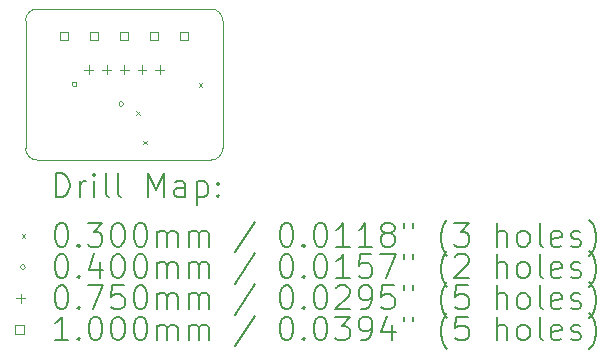
<source format=gbr>
%TF.GenerationSoftware,KiCad,Pcbnew,8.0.5-8.0.5-0~ubuntu22.04.1*%
%TF.CreationDate,2024-10-20T20:35:39-07:00*%
%TF.ProjectId,uSlime_BNO085_Module,75536c69-6d65-45f4-924e-4f3038355f4d,rev?*%
%TF.SameCoordinates,Original*%
%TF.FileFunction,Drillmap*%
%TF.FilePolarity,Positive*%
%FSLAX45Y45*%
G04 Gerber Fmt 4.5, Leading zero omitted, Abs format (unit mm)*
G04 Created by KiCad (PCBNEW 8.0.5-8.0.5-0~ubuntu22.04.1) date 2024-10-20 20:35:39*
%MOMM*%
%LPD*%
G01*
G04 APERTURE LIST*
%ADD10C,0.050000*%
%ADD11C,0.200000*%
%ADD12C,0.100000*%
G04 APERTURE END LIST*
D10*
X11634999Y-8935711D02*
X10165000Y-8935000D01*
X10165000Y-10215000D02*
X11635000Y-10215000D01*
X11735000Y-10115000D02*
X11734999Y-9035711D01*
X10065000Y-9035000D02*
G75*
G02*
X10165000Y-8935000I100000J0D01*
G01*
X10065000Y-9035000D02*
X10065000Y-10115000D01*
X10165000Y-10215000D02*
G75*
G02*
X10065000Y-10115000I0J100000D01*
G01*
X11634999Y-8935711D02*
G75*
G02*
X11734999Y-9035711I1J-99999D01*
G01*
X11735000Y-10115000D02*
G75*
G02*
X11635000Y-10215000I-100000J0D01*
G01*
D11*
D12*
X11002307Y-9800307D02*
X11032307Y-9830307D01*
X11032307Y-9800307D02*
X11002307Y-9830307D01*
X11060000Y-10050000D02*
X11090000Y-10080000D01*
X11090000Y-10050000D02*
X11060000Y-10080000D01*
X11530000Y-9565000D02*
X11560000Y-9595000D01*
X11560000Y-9565000D02*
X11530000Y-9595000D01*
X10500000Y-9575000D02*
G75*
G02*
X10460000Y-9575000I-20000J0D01*
G01*
X10460000Y-9575000D02*
G75*
G02*
X10500000Y-9575000I20000J0D01*
G01*
X10895260Y-9740000D02*
G75*
G02*
X10855260Y-9740000I-20000J0D01*
G01*
X10855260Y-9740000D02*
G75*
G02*
X10895260Y-9740000I20000J0D01*
G01*
X10600500Y-9412500D02*
X10600500Y-9487500D01*
X10563000Y-9450000D02*
X10638000Y-9450000D01*
X10750500Y-9412500D02*
X10750500Y-9487500D01*
X10713000Y-9450000D02*
X10788000Y-9450000D01*
X10900500Y-9412500D02*
X10900500Y-9487500D01*
X10863000Y-9450000D02*
X10938000Y-9450000D01*
X11050500Y-9412500D02*
X11050500Y-9487500D01*
X11013000Y-9450000D02*
X11088000Y-9450000D01*
X11200500Y-9412500D02*
X11200500Y-9487500D01*
X11163000Y-9450000D02*
X11238000Y-9450000D01*
X10426856Y-9200356D02*
X10426856Y-9129644D01*
X10356144Y-9129644D01*
X10356144Y-9200356D01*
X10426856Y-9200356D01*
X10680856Y-9200356D02*
X10680856Y-9129644D01*
X10610144Y-9129644D01*
X10610144Y-9200356D01*
X10680856Y-9200356D01*
X10934856Y-9200356D02*
X10934856Y-9129644D01*
X10864144Y-9129644D01*
X10864144Y-9200356D01*
X10934856Y-9200356D01*
X11188856Y-9200356D02*
X11188856Y-9129644D01*
X11118144Y-9129644D01*
X11118144Y-9200356D01*
X11188856Y-9200356D01*
X11442856Y-9200356D02*
X11442856Y-9129644D01*
X11372144Y-9129644D01*
X11372144Y-9200356D01*
X11442856Y-9200356D01*
D11*
X10323277Y-10528984D02*
X10323277Y-10328984D01*
X10323277Y-10328984D02*
X10370896Y-10328984D01*
X10370896Y-10328984D02*
X10399467Y-10338508D01*
X10399467Y-10338508D02*
X10418515Y-10357555D01*
X10418515Y-10357555D02*
X10428039Y-10376603D01*
X10428039Y-10376603D02*
X10437563Y-10414698D01*
X10437563Y-10414698D02*
X10437563Y-10443270D01*
X10437563Y-10443270D02*
X10428039Y-10481365D01*
X10428039Y-10481365D02*
X10418515Y-10500412D01*
X10418515Y-10500412D02*
X10399467Y-10519460D01*
X10399467Y-10519460D02*
X10370896Y-10528984D01*
X10370896Y-10528984D02*
X10323277Y-10528984D01*
X10523277Y-10528984D02*
X10523277Y-10395650D01*
X10523277Y-10433746D02*
X10532801Y-10414698D01*
X10532801Y-10414698D02*
X10542324Y-10405174D01*
X10542324Y-10405174D02*
X10561372Y-10395650D01*
X10561372Y-10395650D02*
X10580420Y-10395650D01*
X10647086Y-10528984D02*
X10647086Y-10395650D01*
X10647086Y-10328984D02*
X10637563Y-10338508D01*
X10637563Y-10338508D02*
X10647086Y-10348031D01*
X10647086Y-10348031D02*
X10656610Y-10338508D01*
X10656610Y-10338508D02*
X10647086Y-10328984D01*
X10647086Y-10328984D02*
X10647086Y-10348031D01*
X10770896Y-10528984D02*
X10751848Y-10519460D01*
X10751848Y-10519460D02*
X10742324Y-10500412D01*
X10742324Y-10500412D02*
X10742324Y-10328984D01*
X10875658Y-10528984D02*
X10856610Y-10519460D01*
X10856610Y-10519460D02*
X10847086Y-10500412D01*
X10847086Y-10500412D02*
X10847086Y-10328984D01*
X11104229Y-10528984D02*
X11104229Y-10328984D01*
X11104229Y-10328984D02*
X11170896Y-10471841D01*
X11170896Y-10471841D02*
X11237562Y-10328984D01*
X11237562Y-10328984D02*
X11237562Y-10528984D01*
X11418515Y-10528984D02*
X11418515Y-10424222D01*
X11418515Y-10424222D02*
X11408991Y-10405174D01*
X11408991Y-10405174D02*
X11389943Y-10395650D01*
X11389943Y-10395650D02*
X11351848Y-10395650D01*
X11351848Y-10395650D02*
X11332801Y-10405174D01*
X11418515Y-10519460D02*
X11399467Y-10528984D01*
X11399467Y-10528984D02*
X11351848Y-10528984D01*
X11351848Y-10528984D02*
X11332801Y-10519460D01*
X11332801Y-10519460D02*
X11323277Y-10500412D01*
X11323277Y-10500412D02*
X11323277Y-10481365D01*
X11323277Y-10481365D02*
X11332801Y-10462317D01*
X11332801Y-10462317D02*
X11351848Y-10452793D01*
X11351848Y-10452793D02*
X11399467Y-10452793D01*
X11399467Y-10452793D02*
X11418515Y-10443270D01*
X11513753Y-10395650D02*
X11513753Y-10595650D01*
X11513753Y-10405174D02*
X11532801Y-10395650D01*
X11532801Y-10395650D02*
X11570896Y-10395650D01*
X11570896Y-10395650D02*
X11589943Y-10405174D01*
X11589943Y-10405174D02*
X11599467Y-10414698D01*
X11599467Y-10414698D02*
X11608991Y-10433746D01*
X11608991Y-10433746D02*
X11608991Y-10490889D01*
X11608991Y-10490889D02*
X11599467Y-10509936D01*
X11599467Y-10509936D02*
X11589943Y-10519460D01*
X11589943Y-10519460D02*
X11570896Y-10528984D01*
X11570896Y-10528984D02*
X11532801Y-10528984D01*
X11532801Y-10528984D02*
X11513753Y-10519460D01*
X11694705Y-10509936D02*
X11704229Y-10519460D01*
X11704229Y-10519460D02*
X11694705Y-10528984D01*
X11694705Y-10528984D02*
X11685182Y-10519460D01*
X11685182Y-10519460D02*
X11694705Y-10509936D01*
X11694705Y-10509936D02*
X11694705Y-10528984D01*
X11694705Y-10405174D02*
X11704229Y-10414698D01*
X11704229Y-10414698D02*
X11694705Y-10424222D01*
X11694705Y-10424222D02*
X11685182Y-10414698D01*
X11685182Y-10414698D02*
X11694705Y-10405174D01*
X11694705Y-10405174D02*
X11694705Y-10424222D01*
D12*
X10032500Y-10842500D02*
X10062500Y-10872500D01*
X10062500Y-10842500D02*
X10032500Y-10872500D01*
D11*
X10361372Y-10748984D02*
X10380420Y-10748984D01*
X10380420Y-10748984D02*
X10399467Y-10758508D01*
X10399467Y-10758508D02*
X10408991Y-10768031D01*
X10408991Y-10768031D02*
X10418515Y-10787079D01*
X10418515Y-10787079D02*
X10428039Y-10825174D01*
X10428039Y-10825174D02*
X10428039Y-10872793D01*
X10428039Y-10872793D02*
X10418515Y-10910889D01*
X10418515Y-10910889D02*
X10408991Y-10929936D01*
X10408991Y-10929936D02*
X10399467Y-10939460D01*
X10399467Y-10939460D02*
X10380420Y-10948984D01*
X10380420Y-10948984D02*
X10361372Y-10948984D01*
X10361372Y-10948984D02*
X10342324Y-10939460D01*
X10342324Y-10939460D02*
X10332801Y-10929936D01*
X10332801Y-10929936D02*
X10323277Y-10910889D01*
X10323277Y-10910889D02*
X10313753Y-10872793D01*
X10313753Y-10872793D02*
X10313753Y-10825174D01*
X10313753Y-10825174D02*
X10323277Y-10787079D01*
X10323277Y-10787079D02*
X10332801Y-10768031D01*
X10332801Y-10768031D02*
X10342324Y-10758508D01*
X10342324Y-10758508D02*
X10361372Y-10748984D01*
X10513753Y-10929936D02*
X10523277Y-10939460D01*
X10523277Y-10939460D02*
X10513753Y-10948984D01*
X10513753Y-10948984D02*
X10504229Y-10939460D01*
X10504229Y-10939460D02*
X10513753Y-10929936D01*
X10513753Y-10929936D02*
X10513753Y-10948984D01*
X10589944Y-10748984D02*
X10713753Y-10748984D01*
X10713753Y-10748984D02*
X10647086Y-10825174D01*
X10647086Y-10825174D02*
X10675658Y-10825174D01*
X10675658Y-10825174D02*
X10694705Y-10834698D01*
X10694705Y-10834698D02*
X10704229Y-10844222D01*
X10704229Y-10844222D02*
X10713753Y-10863270D01*
X10713753Y-10863270D02*
X10713753Y-10910889D01*
X10713753Y-10910889D02*
X10704229Y-10929936D01*
X10704229Y-10929936D02*
X10694705Y-10939460D01*
X10694705Y-10939460D02*
X10675658Y-10948984D01*
X10675658Y-10948984D02*
X10618515Y-10948984D01*
X10618515Y-10948984D02*
X10599467Y-10939460D01*
X10599467Y-10939460D02*
X10589944Y-10929936D01*
X10837563Y-10748984D02*
X10856610Y-10748984D01*
X10856610Y-10748984D02*
X10875658Y-10758508D01*
X10875658Y-10758508D02*
X10885182Y-10768031D01*
X10885182Y-10768031D02*
X10894705Y-10787079D01*
X10894705Y-10787079D02*
X10904229Y-10825174D01*
X10904229Y-10825174D02*
X10904229Y-10872793D01*
X10904229Y-10872793D02*
X10894705Y-10910889D01*
X10894705Y-10910889D02*
X10885182Y-10929936D01*
X10885182Y-10929936D02*
X10875658Y-10939460D01*
X10875658Y-10939460D02*
X10856610Y-10948984D01*
X10856610Y-10948984D02*
X10837563Y-10948984D01*
X10837563Y-10948984D02*
X10818515Y-10939460D01*
X10818515Y-10939460D02*
X10808991Y-10929936D01*
X10808991Y-10929936D02*
X10799467Y-10910889D01*
X10799467Y-10910889D02*
X10789944Y-10872793D01*
X10789944Y-10872793D02*
X10789944Y-10825174D01*
X10789944Y-10825174D02*
X10799467Y-10787079D01*
X10799467Y-10787079D02*
X10808991Y-10768031D01*
X10808991Y-10768031D02*
X10818515Y-10758508D01*
X10818515Y-10758508D02*
X10837563Y-10748984D01*
X11028039Y-10748984D02*
X11047086Y-10748984D01*
X11047086Y-10748984D02*
X11066134Y-10758508D01*
X11066134Y-10758508D02*
X11075658Y-10768031D01*
X11075658Y-10768031D02*
X11085182Y-10787079D01*
X11085182Y-10787079D02*
X11094705Y-10825174D01*
X11094705Y-10825174D02*
X11094705Y-10872793D01*
X11094705Y-10872793D02*
X11085182Y-10910889D01*
X11085182Y-10910889D02*
X11075658Y-10929936D01*
X11075658Y-10929936D02*
X11066134Y-10939460D01*
X11066134Y-10939460D02*
X11047086Y-10948984D01*
X11047086Y-10948984D02*
X11028039Y-10948984D01*
X11028039Y-10948984D02*
X11008991Y-10939460D01*
X11008991Y-10939460D02*
X10999467Y-10929936D01*
X10999467Y-10929936D02*
X10989944Y-10910889D01*
X10989944Y-10910889D02*
X10980420Y-10872793D01*
X10980420Y-10872793D02*
X10980420Y-10825174D01*
X10980420Y-10825174D02*
X10989944Y-10787079D01*
X10989944Y-10787079D02*
X10999467Y-10768031D01*
X10999467Y-10768031D02*
X11008991Y-10758508D01*
X11008991Y-10758508D02*
X11028039Y-10748984D01*
X11180420Y-10948984D02*
X11180420Y-10815650D01*
X11180420Y-10834698D02*
X11189943Y-10825174D01*
X11189943Y-10825174D02*
X11208991Y-10815650D01*
X11208991Y-10815650D02*
X11237563Y-10815650D01*
X11237563Y-10815650D02*
X11256610Y-10825174D01*
X11256610Y-10825174D02*
X11266134Y-10844222D01*
X11266134Y-10844222D02*
X11266134Y-10948984D01*
X11266134Y-10844222D02*
X11275658Y-10825174D01*
X11275658Y-10825174D02*
X11294705Y-10815650D01*
X11294705Y-10815650D02*
X11323277Y-10815650D01*
X11323277Y-10815650D02*
X11342324Y-10825174D01*
X11342324Y-10825174D02*
X11351848Y-10844222D01*
X11351848Y-10844222D02*
X11351848Y-10948984D01*
X11447086Y-10948984D02*
X11447086Y-10815650D01*
X11447086Y-10834698D02*
X11456610Y-10825174D01*
X11456610Y-10825174D02*
X11475658Y-10815650D01*
X11475658Y-10815650D02*
X11504229Y-10815650D01*
X11504229Y-10815650D02*
X11523277Y-10825174D01*
X11523277Y-10825174D02*
X11532801Y-10844222D01*
X11532801Y-10844222D02*
X11532801Y-10948984D01*
X11532801Y-10844222D02*
X11542324Y-10825174D01*
X11542324Y-10825174D02*
X11561372Y-10815650D01*
X11561372Y-10815650D02*
X11589943Y-10815650D01*
X11589943Y-10815650D02*
X11608991Y-10825174D01*
X11608991Y-10825174D02*
X11618515Y-10844222D01*
X11618515Y-10844222D02*
X11618515Y-10948984D01*
X12008991Y-10739460D02*
X11837563Y-10996603D01*
X12266134Y-10748984D02*
X12285182Y-10748984D01*
X12285182Y-10748984D02*
X12304229Y-10758508D01*
X12304229Y-10758508D02*
X12313753Y-10768031D01*
X12313753Y-10768031D02*
X12323277Y-10787079D01*
X12323277Y-10787079D02*
X12332801Y-10825174D01*
X12332801Y-10825174D02*
X12332801Y-10872793D01*
X12332801Y-10872793D02*
X12323277Y-10910889D01*
X12323277Y-10910889D02*
X12313753Y-10929936D01*
X12313753Y-10929936D02*
X12304229Y-10939460D01*
X12304229Y-10939460D02*
X12285182Y-10948984D01*
X12285182Y-10948984D02*
X12266134Y-10948984D01*
X12266134Y-10948984D02*
X12247086Y-10939460D01*
X12247086Y-10939460D02*
X12237563Y-10929936D01*
X12237563Y-10929936D02*
X12228039Y-10910889D01*
X12228039Y-10910889D02*
X12218515Y-10872793D01*
X12218515Y-10872793D02*
X12218515Y-10825174D01*
X12218515Y-10825174D02*
X12228039Y-10787079D01*
X12228039Y-10787079D02*
X12237563Y-10768031D01*
X12237563Y-10768031D02*
X12247086Y-10758508D01*
X12247086Y-10758508D02*
X12266134Y-10748984D01*
X12418515Y-10929936D02*
X12428039Y-10939460D01*
X12428039Y-10939460D02*
X12418515Y-10948984D01*
X12418515Y-10948984D02*
X12408991Y-10939460D01*
X12408991Y-10939460D02*
X12418515Y-10929936D01*
X12418515Y-10929936D02*
X12418515Y-10948984D01*
X12551848Y-10748984D02*
X12570896Y-10748984D01*
X12570896Y-10748984D02*
X12589944Y-10758508D01*
X12589944Y-10758508D02*
X12599467Y-10768031D01*
X12599467Y-10768031D02*
X12608991Y-10787079D01*
X12608991Y-10787079D02*
X12618515Y-10825174D01*
X12618515Y-10825174D02*
X12618515Y-10872793D01*
X12618515Y-10872793D02*
X12608991Y-10910889D01*
X12608991Y-10910889D02*
X12599467Y-10929936D01*
X12599467Y-10929936D02*
X12589944Y-10939460D01*
X12589944Y-10939460D02*
X12570896Y-10948984D01*
X12570896Y-10948984D02*
X12551848Y-10948984D01*
X12551848Y-10948984D02*
X12532801Y-10939460D01*
X12532801Y-10939460D02*
X12523277Y-10929936D01*
X12523277Y-10929936D02*
X12513753Y-10910889D01*
X12513753Y-10910889D02*
X12504229Y-10872793D01*
X12504229Y-10872793D02*
X12504229Y-10825174D01*
X12504229Y-10825174D02*
X12513753Y-10787079D01*
X12513753Y-10787079D02*
X12523277Y-10768031D01*
X12523277Y-10768031D02*
X12532801Y-10758508D01*
X12532801Y-10758508D02*
X12551848Y-10748984D01*
X12808991Y-10948984D02*
X12694706Y-10948984D01*
X12751848Y-10948984D02*
X12751848Y-10748984D01*
X12751848Y-10748984D02*
X12732801Y-10777555D01*
X12732801Y-10777555D02*
X12713753Y-10796603D01*
X12713753Y-10796603D02*
X12694706Y-10806127D01*
X12999467Y-10948984D02*
X12885182Y-10948984D01*
X12942325Y-10948984D02*
X12942325Y-10748984D01*
X12942325Y-10748984D02*
X12923277Y-10777555D01*
X12923277Y-10777555D02*
X12904229Y-10796603D01*
X12904229Y-10796603D02*
X12885182Y-10806127D01*
X13113753Y-10834698D02*
X13094706Y-10825174D01*
X13094706Y-10825174D02*
X13085182Y-10815650D01*
X13085182Y-10815650D02*
X13075658Y-10796603D01*
X13075658Y-10796603D02*
X13075658Y-10787079D01*
X13075658Y-10787079D02*
X13085182Y-10768031D01*
X13085182Y-10768031D02*
X13094706Y-10758508D01*
X13094706Y-10758508D02*
X13113753Y-10748984D01*
X13113753Y-10748984D02*
X13151848Y-10748984D01*
X13151848Y-10748984D02*
X13170896Y-10758508D01*
X13170896Y-10758508D02*
X13180420Y-10768031D01*
X13180420Y-10768031D02*
X13189944Y-10787079D01*
X13189944Y-10787079D02*
X13189944Y-10796603D01*
X13189944Y-10796603D02*
X13180420Y-10815650D01*
X13180420Y-10815650D02*
X13170896Y-10825174D01*
X13170896Y-10825174D02*
X13151848Y-10834698D01*
X13151848Y-10834698D02*
X13113753Y-10834698D01*
X13113753Y-10834698D02*
X13094706Y-10844222D01*
X13094706Y-10844222D02*
X13085182Y-10853746D01*
X13085182Y-10853746D02*
X13075658Y-10872793D01*
X13075658Y-10872793D02*
X13075658Y-10910889D01*
X13075658Y-10910889D02*
X13085182Y-10929936D01*
X13085182Y-10929936D02*
X13094706Y-10939460D01*
X13094706Y-10939460D02*
X13113753Y-10948984D01*
X13113753Y-10948984D02*
X13151848Y-10948984D01*
X13151848Y-10948984D02*
X13170896Y-10939460D01*
X13170896Y-10939460D02*
X13180420Y-10929936D01*
X13180420Y-10929936D02*
X13189944Y-10910889D01*
X13189944Y-10910889D02*
X13189944Y-10872793D01*
X13189944Y-10872793D02*
X13180420Y-10853746D01*
X13180420Y-10853746D02*
X13170896Y-10844222D01*
X13170896Y-10844222D02*
X13151848Y-10834698D01*
X13266134Y-10748984D02*
X13266134Y-10787079D01*
X13342325Y-10748984D02*
X13342325Y-10787079D01*
X13637563Y-11025174D02*
X13628039Y-11015650D01*
X13628039Y-11015650D02*
X13608991Y-10987079D01*
X13608991Y-10987079D02*
X13599468Y-10968031D01*
X13599468Y-10968031D02*
X13589944Y-10939460D01*
X13589944Y-10939460D02*
X13580420Y-10891841D01*
X13580420Y-10891841D02*
X13580420Y-10853746D01*
X13580420Y-10853746D02*
X13589944Y-10806127D01*
X13589944Y-10806127D02*
X13599468Y-10777555D01*
X13599468Y-10777555D02*
X13608991Y-10758508D01*
X13608991Y-10758508D02*
X13628039Y-10729936D01*
X13628039Y-10729936D02*
X13637563Y-10720412D01*
X13694706Y-10748984D02*
X13818515Y-10748984D01*
X13818515Y-10748984D02*
X13751848Y-10825174D01*
X13751848Y-10825174D02*
X13780420Y-10825174D01*
X13780420Y-10825174D02*
X13799468Y-10834698D01*
X13799468Y-10834698D02*
X13808991Y-10844222D01*
X13808991Y-10844222D02*
X13818515Y-10863270D01*
X13818515Y-10863270D02*
X13818515Y-10910889D01*
X13818515Y-10910889D02*
X13808991Y-10929936D01*
X13808991Y-10929936D02*
X13799468Y-10939460D01*
X13799468Y-10939460D02*
X13780420Y-10948984D01*
X13780420Y-10948984D02*
X13723277Y-10948984D01*
X13723277Y-10948984D02*
X13704229Y-10939460D01*
X13704229Y-10939460D02*
X13694706Y-10929936D01*
X14056610Y-10948984D02*
X14056610Y-10748984D01*
X14142325Y-10948984D02*
X14142325Y-10844222D01*
X14142325Y-10844222D02*
X14132801Y-10825174D01*
X14132801Y-10825174D02*
X14113753Y-10815650D01*
X14113753Y-10815650D02*
X14085182Y-10815650D01*
X14085182Y-10815650D02*
X14066134Y-10825174D01*
X14066134Y-10825174D02*
X14056610Y-10834698D01*
X14266134Y-10948984D02*
X14247087Y-10939460D01*
X14247087Y-10939460D02*
X14237563Y-10929936D01*
X14237563Y-10929936D02*
X14228039Y-10910889D01*
X14228039Y-10910889D02*
X14228039Y-10853746D01*
X14228039Y-10853746D02*
X14237563Y-10834698D01*
X14237563Y-10834698D02*
X14247087Y-10825174D01*
X14247087Y-10825174D02*
X14266134Y-10815650D01*
X14266134Y-10815650D02*
X14294706Y-10815650D01*
X14294706Y-10815650D02*
X14313753Y-10825174D01*
X14313753Y-10825174D02*
X14323277Y-10834698D01*
X14323277Y-10834698D02*
X14332801Y-10853746D01*
X14332801Y-10853746D02*
X14332801Y-10910889D01*
X14332801Y-10910889D02*
X14323277Y-10929936D01*
X14323277Y-10929936D02*
X14313753Y-10939460D01*
X14313753Y-10939460D02*
X14294706Y-10948984D01*
X14294706Y-10948984D02*
X14266134Y-10948984D01*
X14447087Y-10948984D02*
X14428039Y-10939460D01*
X14428039Y-10939460D02*
X14418515Y-10920412D01*
X14418515Y-10920412D02*
X14418515Y-10748984D01*
X14599468Y-10939460D02*
X14580420Y-10948984D01*
X14580420Y-10948984D02*
X14542325Y-10948984D01*
X14542325Y-10948984D02*
X14523277Y-10939460D01*
X14523277Y-10939460D02*
X14513753Y-10920412D01*
X14513753Y-10920412D02*
X14513753Y-10844222D01*
X14513753Y-10844222D02*
X14523277Y-10825174D01*
X14523277Y-10825174D02*
X14542325Y-10815650D01*
X14542325Y-10815650D02*
X14580420Y-10815650D01*
X14580420Y-10815650D02*
X14599468Y-10825174D01*
X14599468Y-10825174D02*
X14608991Y-10844222D01*
X14608991Y-10844222D02*
X14608991Y-10863270D01*
X14608991Y-10863270D02*
X14513753Y-10882317D01*
X14685182Y-10939460D02*
X14704230Y-10948984D01*
X14704230Y-10948984D02*
X14742325Y-10948984D01*
X14742325Y-10948984D02*
X14761372Y-10939460D01*
X14761372Y-10939460D02*
X14770896Y-10920412D01*
X14770896Y-10920412D02*
X14770896Y-10910889D01*
X14770896Y-10910889D02*
X14761372Y-10891841D01*
X14761372Y-10891841D02*
X14742325Y-10882317D01*
X14742325Y-10882317D02*
X14713753Y-10882317D01*
X14713753Y-10882317D02*
X14694706Y-10872793D01*
X14694706Y-10872793D02*
X14685182Y-10853746D01*
X14685182Y-10853746D02*
X14685182Y-10844222D01*
X14685182Y-10844222D02*
X14694706Y-10825174D01*
X14694706Y-10825174D02*
X14713753Y-10815650D01*
X14713753Y-10815650D02*
X14742325Y-10815650D01*
X14742325Y-10815650D02*
X14761372Y-10825174D01*
X14837563Y-11025174D02*
X14847087Y-11015650D01*
X14847087Y-11015650D02*
X14866134Y-10987079D01*
X14866134Y-10987079D02*
X14875658Y-10968031D01*
X14875658Y-10968031D02*
X14885182Y-10939460D01*
X14885182Y-10939460D02*
X14894706Y-10891841D01*
X14894706Y-10891841D02*
X14894706Y-10853746D01*
X14894706Y-10853746D02*
X14885182Y-10806127D01*
X14885182Y-10806127D02*
X14875658Y-10777555D01*
X14875658Y-10777555D02*
X14866134Y-10758508D01*
X14866134Y-10758508D02*
X14847087Y-10729936D01*
X14847087Y-10729936D02*
X14837563Y-10720412D01*
D12*
X10062500Y-11121500D02*
G75*
G02*
X10022500Y-11121500I-20000J0D01*
G01*
X10022500Y-11121500D02*
G75*
G02*
X10062500Y-11121500I20000J0D01*
G01*
D11*
X10361372Y-11012984D02*
X10380420Y-11012984D01*
X10380420Y-11012984D02*
X10399467Y-11022508D01*
X10399467Y-11022508D02*
X10408991Y-11032031D01*
X10408991Y-11032031D02*
X10418515Y-11051079D01*
X10418515Y-11051079D02*
X10428039Y-11089174D01*
X10428039Y-11089174D02*
X10428039Y-11136793D01*
X10428039Y-11136793D02*
X10418515Y-11174889D01*
X10418515Y-11174889D02*
X10408991Y-11193936D01*
X10408991Y-11193936D02*
X10399467Y-11203460D01*
X10399467Y-11203460D02*
X10380420Y-11212984D01*
X10380420Y-11212984D02*
X10361372Y-11212984D01*
X10361372Y-11212984D02*
X10342324Y-11203460D01*
X10342324Y-11203460D02*
X10332801Y-11193936D01*
X10332801Y-11193936D02*
X10323277Y-11174889D01*
X10323277Y-11174889D02*
X10313753Y-11136793D01*
X10313753Y-11136793D02*
X10313753Y-11089174D01*
X10313753Y-11089174D02*
X10323277Y-11051079D01*
X10323277Y-11051079D02*
X10332801Y-11032031D01*
X10332801Y-11032031D02*
X10342324Y-11022508D01*
X10342324Y-11022508D02*
X10361372Y-11012984D01*
X10513753Y-11193936D02*
X10523277Y-11203460D01*
X10523277Y-11203460D02*
X10513753Y-11212984D01*
X10513753Y-11212984D02*
X10504229Y-11203460D01*
X10504229Y-11203460D02*
X10513753Y-11193936D01*
X10513753Y-11193936D02*
X10513753Y-11212984D01*
X10694705Y-11079650D02*
X10694705Y-11212984D01*
X10647086Y-11003460D02*
X10599467Y-11146317D01*
X10599467Y-11146317D02*
X10723277Y-11146317D01*
X10837563Y-11012984D02*
X10856610Y-11012984D01*
X10856610Y-11012984D02*
X10875658Y-11022508D01*
X10875658Y-11022508D02*
X10885182Y-11032031D01*
X10885182Y-11032031D02*
X10894705Y-11051079D01*
X10894705Y-11051079D02*
X10904229Y-11089174D01*
X10904229Y-11089174D02*
X10904229Y-11136793D01*
X10904229Y-11136793D02*
X10894705Y-11174889D01*
X10894705Y-11174889D02*
X10885182Y-11193936D01*
X10885182Y-11193936D02*
X10875658Y-11203460D01*
X10875658Y-11203460D02*
X10856610Y-11212984D01*
X10856610Y-11212984D02*
X10837563Y-11212984D01*
X10837563Y-11212984D02*
X10818515Y-11203460D01*
X10818515Y-11203460D02*
X10808991Y-11193936D01*
X10808991Y-11193936D02*
X10799467Y-11174889D01*
X10799467Y-11174889D02*
X10789944Y-11136793D01*
X10789944Y-11136793D02*
X10789944Y-11089174D01*
X10789944Y-11089174D02*
X10799467Y-11051079D01*
X10799467Y-11051079D02*
X10808991Y-11032031D01*
X10808991Y-11032031D02*
X10818515Y-11022508D01*
X10818515Y-11022508D02*
X10837563Y-11012984D01*
X11028039Y-11012984D02*
X11047086Y-11012984D01*
X11047086Y-11012984D02*
X11066134Y-11022508D01*
X11066134Y-11022508D02*
X11075658Y-11032031D01*
X11075658Y-11032031D02*
X11085182Y-11051079D01*
X11085182Y-11051079D02*
X11094705Y-11089174D01*
X11094705Y-11089174D02*
X11094705Y-11136793D01*
X11094705Y-11136793D02*
X11085182Y-11174889D01*
X11085182Y-11174889D02*
X11075658Y-11193936D01*
X11075658Y-11193936D02*
X11066134Y-11203460D01*
X11066134Y-11203460D02*
X11047086Y-11212984D01*
X11047086Y-11212984D02*
X11028039Y-11212984D01*
X11028039Y-11212984D02*
X11008991Y-11203460D01*
X11008991Y-11203460D02*
X10999467Y-11193936D01*
X10999467Y-11193936D02*
X10989944Y-11174889D01*
X10989944Y-11174889D02*
X10980420Y-11136793D01*
X10980420Y-11136793D02*
X10980420Y-11089174D01*
X10980420Y-11089174D02*
X10989944Y-11051079D01*
X10989944Y-11051079D02*
X10999467Y-11032031D01*
X10999467Y-11032031D02*
X11008991Y-11022508D01*
X11008991Y-11022508D02*
X11028039Y-11012984D01*
X11180420Y-11212984D02*
X11180420Y-11079650D01*
X11180420Y-11098698D02*
X11189943Y-11089174D01*
X11189943Y-11089174D02*
X11208991Y-11079650D01*
X11208991Y-11079650D02*
X11237563Y-11079650D01*
X11237563Y-11079650D02*
X11256610Y-11089174D01*
X11256610Y-11089174D02*
X11266134Y-11108222D01*
X11266134Y-11108222D02*
X11266134Y-11212984D01*
X11266134Y-11108222D02*
X11275658Y-11089174D01*
X11275658Y-11089174D02*
X11294705Y-11079650D01*
X11294705Y-11079650D02*
X11323277Y-11079650D01*
X11323277Y-11079650D02*
X11342324Y-11089174D01*
X11342324Y-11089174D02*
X11351848Y-11108222D01*
X11351848Y-11108222D02*
X11351848Y-11212984D01*
X11447086Y-11212984D02*
X11447086Y-11079650D01*
X11447086Y-11098698D02*
X11456610Y-11089174D01*
X11456610Y-11089174D02*
X11475658Y-11079650D01*
X11475658Y-11079650D02*
X11504229Y-11079650D01*
X11504229Y-11079650D02*
X11523277Y-11089174D01*
X11523277Y-11089174D02*
X11532801Y-11108222D01*
X11532801Y-11108222D02*
X11532801Y-11212984D01*
X11532801Y-11108222D02*
X11542324Y-11089174D01*
X11542324Y-11089174D02*
X11561372Y-11079650D01*
X11561372Y-11079650D02*
X11589943Y-11079650D01*
X11589943Y-11079650D02*
X11608991Y-11089174D01*
X11608991Y-11089174D02*
X11618515Y-11108222D01*
X11618515Y-11108222D02*
X11618515Y-11212984D01*
X12008991Y-11003460D02*
X11837563Y-11260603D01*
X12266134Y-11012984D02*
X12285182Y-11012984D01*
X12285182Y-11012984D02*
X12304229Y-11022508D01*
X12304229Y-11022508D02*
X12313753Y-11032031D01*
X12313753Y-11032031D02*
X12323277Y-11051079D01*
X12323277Y-11051079D02*
X12332801Y-11089174D01*
X12332801Y-11089174D02*
X12332801Y-11136793D01*
X12332801Y-11136793D02*
X12323277Y-11174889D01*
X12323277Y-11174889D02*
X12313753Y-11193936D01*
X12313753Y-11193936D02*
X12304229Y-11203460D01*
X12304229Y-11203460D02*
X12285182Y-11212984D01*
X12285182Y-11212984D02*
X12266134Y-11212984D01*
X12266134Y-11212984D02*
X12247086Y-11203460D01*
X12247086Y-11203460D02*
X12237563Y-11193936D01*
X12237563Y-11193936D02*
X12228039Y-11174889D01*
X12228039Y-11174889D02*
X12218515Y-11136793D01*
X12218515Y-11136793D02*
X12218515Y-11089174D01*
X12218515Y-11089174D02*
X12228039Y-11051079D01*
X12228039Y-11051079D02*
X12237563Y-11032031D01*
X12237563Y-11032031D02*
X12247086Y-11022508D01*
X12247086Y-11022508D02*
X12266134Y-11012984D01*
X12418515Y-11193936D02*
X12428039Y-11203460D01*
X12428039Y-11203460D02*
X12418515Y-11212984D01*
X12418515Y-11212984D02*
X12408991Y-11203460D01*
X12408991Y-11203460D02*
X12418515Y-11193936D01*
X12418515Y-11193936D02*
X12418515Y-11212984D01*
X12551848Y-11012984D02*
X12570896Y-11012984D01*
X12570896Y-11012984D02*
X12589944Y-11022508D01*
X12589944Y-11022508D02*
X12599467Y-11032031D01*
X12599467Y-11032031D02*
X12608991Y-11051079D01*
X12608991Y-11051079D02*
X12618515Y-11089174D01*
X12618515Y-11089174D02*
X12618515Y-11136793D01*
X12618515Y-11136793D02*
X12608991Y-11174889D01*
X12608991Y-11174889D02*
X12599467Y-11193936D01*
X12599467Y-11193936D02*
X12589944Y-11203460D01*
X12589944Y-11203460D02*
X12570896Y-11212984D01*
X12570896Y-11212984D02*
X12551848Y-11212984D01*
X12551848Y-11212984D02*
X12532801Y-11203460D01*
X12532801Y-11203460D02*
X12523277Y-11193936D01*
X12523277Y-11193936D02*
X12513753Y-11174889D01*
X12513753Y-11174889D02*
X12504229Y-11136793D01*
X12504229Y-11136793D02*
X12504229Y-11089174D01*
X12504229Y-11089174D02*
X12513753Y-11051079D01*
X12513753Y-11051079D02*
X12523277Y-11032031D01*
X12523277Y-11032031D02*
X12532801Y-11022508D01*
X12532801Y-11022508D02*
X12551848Y-11012984D01*
X12808991Y-11212984D02*
X12694706Y-11212984D01*
X12751848Y-11212984D02*
X12751848Y-11012984D01*
X12751848Y-11012984D02*
X12732801Y-11041555D01*
X12732801Y-11041555D02*
X12713753Y-11060603D01*
X12713753Y-11060603D02*
X12694706Y-11070127D01*
X12989944Y-11012984D02*
X12894706Y-11012984D01*
X12894706Y-11012984D02*
X12885182Y-11108222D01*
X12885182Y-11108222D02*
X12894706Y-11098698D01*
X12894706Y-11098698D02*
X12913753Y-11089174D01*
X12913753Y-11089174D02*
X12961372Y-11089174D01*
X12961372Y-11089174D02*
X12980420Y-11098698D01*
X12980420Y-11098698D02*
X12989944Y-11108222D01*
X12989944Y-11108222D02*
X12999467Y-11127270D01*
X12999467Y-11127270D02*
X12999467Y-11174889D01*
X12999467Y-11174889D02*
X12989944Y-11193936D01*
X12989944Y-11193936D02*
X12980420Y-11203460D01*
X12980420Y-11203460D02*
X12961372Y-11212984D01*
X12961372Y-11212984D02*
X12913753Y-11212984D01*
X12913753Y-11212984D02*
X12894706Y-11203460D01*
X12894706Y-11203460D02*
X12885182Y-11193936D01*
X13066134Y-11012984D02*
X13199467Y-11012984D01*
X13199467Y-11012984D02*
X13113753Y-11212984D01*
X13266134Y-11012984D02*
X13266134Y-11051079D01*
X13342325Y-11012984D02*
X13342325Y-11051079D01*
X13637563Y-11289174D02*
X13628039Y-11279650D01*
X13628039Y-11279650D02*
X13608991Y-11251079D01*
X13608991Y-11251079D02*
X13599468Y-11232031D01*
X13599468Y-11232031D02*
X13589944Y-11203460D01*
X13589944Y-11203460D02*
X13580420Y-11155841D01*
X13580420Y-11155841D02*
X13580420Y-11117746D01*
X13580420Y-11117746D02*
X13589944Y-11070127D01*
X13589944Y-11070127D02*
X13599468Y-11041555D01*
X13599468Y-11041555D02*
X13608991Y-11022508D01*
X13608991Y-11022508D02*
X13628039Y-10993936D01*
X13628039Y-10993936D02*
X13637563Y-10984412D01*
X13704229Y-11032031D02*
X13713753Y-11022508D01*
X13713753Y-11022508D02*
X13732801Y-11012984D01*
X13732801Y-11012984D02*
X13780420Y-11012984D01*
X13780420Y-11012984D02*
X13799468Y-11022508D01*
X13799468Y-11022508D02*
X13808991Y-11032031D01*
X13808991Y-11032031D02*
X13818515Y-11051079D01*
X13818515Y-11051079D02*
X13818515Y-11070127D01*
X13818515Y-11070127D02*
X13808991Y-11098698D01*
X13808991Y-11098698D02*
X13694706Y-11212984D01*
X13694706Y-11212984D02*
X13818515Y-11212984D01*
X14056610Y-11212984D02*
X14056610Y-11012984D01*
X14142325Y-11212984D02*
X14142325Y-11108222D01*
X14142325Y-11108222D02*
X14132801Y-11089174D01*
X14132801Y-11089174D02*
X14113753Y-11079650D01*
X14113753Y-11079650D02*
X14085182Y-11079650D01*
X14085182Y-11079650D02*
X14066134Y-11089174D01*
X14066134Y-11089174D02*
X14056610Y-11098698D01*
X14266134Y-11212984D02*
X14247087Y-11203460D01*
X14247087Y-11203460D02*
X14237563Y-11193936D01*
X14237563Y-11193936D02*
X14228039Y-11174889D01*
X14228039Y-11174889D02*
X14228039Y-11117746D01*
X14228039Y-11117746D02*
X14237563Y-11098698D01*
X14237563Y-11098698D02*
X14247087Y-11089174D01*
X14247087Y-11089174D02*
X14266134Y-11079650D01*
X14266134Y-11079650D02*
X14294706Y-11079650D01*
X14294706Y-11079650D02*
X14313753Y-11089174D01*
X14313753Y-11089174D02*
X14323277Y-11098698D01*
X14323277Y-11098698D02*
X14332801Y-11117746D01*
X14332801Y-11117746D02*
X14332801Y-11174889D01*
X14332801Y-11174889D02*
X14323277Y-11193936D01*
X14323277Y-11193936D02*
X14313753Y-11203460D01*
X14313753Y-11203460D02*
X14294706Y-11212984D01*
X14294706Y-11212984D02*
X14266134Y-11212984D01*
X14447087Y-11212984D02*
X14428039Y-11203460D01*
X14428039Y-11203460D02*
X14418515Y-11184412D01*
X14418515Y-11184412D02*
X14418515Y-11012984D01*
X14599468Y-11203460D02*
X14580420Y-11212984D01*
X14580420Y-11212984D02*
X14542325Y-11212984D01*
X14542325Y-11212984D02*
X14523277Y-11203460D01*
X14523277Y-11203460D02*
X14513753Y-11184412D01*
X14513753Y-11184412D02*
X14513753Y-11108222D01*
X14513753Y-11108222D02*
X14523277Y-11089174D01*
X14523277Y-11089174D02*
X14542325Y-11079650D01*
X14542325Y-11079650D02*
X14580420Y-11079650D01*
X14580420Y-11079650D02*
X14599468Y-11089174D01*
X14599468Y-11089174D02*
X14608991Y-11108222D01*
X14608991Y-11108222D02*
X14608991Y-11127270D01*
X14608991Y-11127270D02*
X14513753Y-11146317D01*
X14685182Y-11203460D02*
X14704230Y-11212984D01*
X14704230Y-11212984D02*
X14742325Y-11212984D01*
X14742325Y-11212984D02*
X14761372Y-11203460D01*
X14761372Y-11203460D02*
X14770896Y-11184412D01*
X14770896Y-11184412D02*
X14770896Y-11174889D01*
X14770896Y-11174889D02*
X14761372Y-11155841D01*
X14761372Y-11155841D02*
X14742325Y-11146317D01*
X14742325Y-11146317D02*
X14713753Y-11146317D01*
X14713753Y-11146317D02*
X14694706Y-11136793D01*
X14694706Y-11136793D02*
X14685182Y-11117746D01*
X14685182Y-11117746D02*
X14685182Y-11108222D01*
X14685182Y-11108222D02*
X14694706Y-11089174D01*
X14694706Y-11089174D02*
X14713753Y-11079650D01*
X14713753Y-11079650D02*
X14742325Y-11079650D01*
X14742325Y-11079650D02*
X14761372Y-11089174D01*
X14837563Y-11289174D02*
X14847087Y-11279650D01*
X14847087Y-11279650D02*
X14866134Y-11251079D01*
X14866134Y-11251079D02*
X14875658Y-11232031D01*
X14875658Y-11232031D02*
X14885182Y-11203460D01*
X14885182Y-11203460D02*
X14894706Y-11155841D01*
X14894706Y-11155841D02*
X14894706Y-11117746D01*
X14894706Y-11117746D02*
X14885182Y-11070127D01*
X14885182Y-11070127D02*
X14875658Y-11041555D01*
X14875658Y-11041555D02*
X14866134Y-11022508D01*
X14866134Y-11022508D02*
X14847087Y-10993936D01*
X14847087Y-10993936D02*
X14837563Y-10984412D01*
D12*
X10025000Y-11348000D02*
X10025000Y-11423000D01*
X9987500Y-11385500D02*
X10062500Y-11385500D01*
D11*
X10361372Y-11276984D02*
X10380420Y-11276984D01*
X10380420Y-11276984D02*
X10399467Y-11286508D01*
X10399467Y-11286508D02*
X10408991Y-11296031D01*
X10408991Y-11296031D02*
X10418515Y-11315079D01*
X10418515Y-11315079D02*
X10428039Y-11353174D01*
X10428039Y-11353174D02*
X10428039Y-11400793D01*
X10428039Y-11400793D02*
X10418515Y-11438888D01*
X10418515Y-11438888D02*
X10408991Y-11457936D01*
X10408991Y-11457936D02*
X10399467Y-11467460D01*
X10399467Y-11467460D02*
X10380420Y-11476984D01*
X10380420Y-11476984D02*
X10361372Y-11476984D01*
X10361372Y-11476984D02*
X10342324Y-11467460D01*
X10342324Y-11467460D02*
X10332801Y-11457936D01*
X10332801Y-11457936D02*
X10323277Y-11438888D01*
X10323277Y-11438888D02*
X10313753Y-11400793D01*
X10313753Y-11400793D02*
X10313753Y-11353174D01*
X10313753Y-11353174D02*
X10323277Y-11315079D01*
X10323277Y-11315079D02*
X10332801Y-11296031D01*
X10332801Y-11296031D02*
X10342324Y-11286508D01*
X10342324Y-11286508D02*
X10361372Y-11276984D01*
X10513753Y-11457936D02*
X10523277Y-11467460D01*
X10523277Y-11467460D02*
X10513753Y-11476984D01*
X10513753Y-11476984D02*
X10504229Y-11467460D01*
X10504229Y-11467460D02*
X10513753Y-11457936D01*
X10513753Y-11457936D02*
X10513753Y-11476984D01*
X10589944Y-11276984D02*
X10723277Y-11276984D01*
X10723277Y-11276984D02*
X10637563Y-11476984D01*
X10894705Y-11276984D02*
X10799467Y-11276984D01*
X10799467Y-11276984D02*
X10789944Y-11372222D01*
X10789944Y-11372222D02*
X10799467Y-11362698D01*
X10799467Y-11362698D02*
X10818515Y-11353174D01*
X10818515Y-11353174D02*
X10866134Y-11353174D01*
X10866134Y-11353174D02*
X10885182Y-11362698D01*
X10885182Y-11362698D02*
X10894705Y-11372222D01*
X10894705Y-11372222D02*
X10904229Y-11391269D01*
X10904229Y-11391269D02*
X10904229Y-11438888D01*
X10904229Y-11438888D02*
X10894705Y-11457936D01*
X10894705Y-11457936D02*
X10885182Y-11467460D01*
X10885182Y-11467460D02*
X10866134Y-11476984D01*
X10866134Y-11476984D02*
X10818515Y-11476984D01*
X10818515Y-11476984D02*
X10799467Y-11467460D01*
X10799467Y-11467460D02*
X10789944Y-11457936D01*
X11028039Y-11276984D02*
X11047086Y-11276984D01*
X11047086Y-11276984D02*
X11066134Y-11286508D01*
X11066134Y-11286508D02*
X11075658Y-11296031D01*
X11075658Y-11296031D02*
X11085182Y-11315079D01*
X11085182Y-11315079D02*
X11094705Y-11353174D01*
X11094705Y-11353174D02*
X11094705Y-11400793D01*
X11094705Y-11400793D02*
X11085182Y-11438888D01*
X11085182Y-11438888D02*
X11075658Y-11457936D01*
X11075658Y-11457936D02*
X11066134Y-11467460D01*
X11066134Y-11467460D02*
X11047086Y-11476984D01*
X11047086Y-11476984D02*
X11028039Y-11476984D01*
X11028039Y-11476984D02*
X11008991Y-11467460D01*
X11008991Y-11467460D02*
X10999467Y-11457936D01*
X10999467Y-11457936D02*
X10989944Y-11438888D01*
X10989944Y-11438888D02*
X10980420Y-11400793D01*
X10980420Y-11400793D02*
X10980420Y-11353174D01*
X10980420Y-11353174D02*
X10989944Y-11315079D01*
X10989944Y-11315079D02*
X10999467Y-11296031D01*
X10999467Y-11296031D02*
X11008991Y-11286508D01*
X11008991Y-11286508D02*
X11028039Y-11276984D01*
X11180420Y-11476984D02*
X11180420Y-11343650D01*
X11180420Y-11362698D02*
X11189943Y-11353174D01*
X11189943Y-11353174D02*
X11208991Y-11343650D01*
X11208991Y-11343650D02*
X11237563Y-11343650D01*
X11237563Y-11343650D02*
X11256610Y-11353174D01*
X11256610Y-11353174D02*
X11266134Y-11372222D01*
X11266134Y-11372222D02*
X11266134Y-11476984D01*
X11266134Y-11372222D02*
X11275658Y-11353174D01*
X11275658Y-11353174D02*
X11294705Y-11343650D01*
X11294705Y-11343650D02*
X11323277Y-11343650D01*
X11323277Y-11343650D02*
X11342324Y-11353174D01*
X11342324Y-11353174D02*
X11351848Y-11372222D01*
X11351848Y-11372222D02*
X11351848Y-11476984D01*
X11447086Y-11476984D02*
X11447086Y-11343650D01*
X11447086Y-11362698D02*
X11456610Y-11353174D01*
X11456610Y-11353174D02*
X11475658Y-11343650D01*
X11475658Y-11343650D02*
X11504229Y-11343650D01*
X11504229Y-11343650D02*
X11523277Y-11353174D01*
X11523277Y-11353174D02*
X11532801Y-11372222D01*
X11532801Y-11372222D02*
X11532801Y-11476984D01*
X11532801Y-11372222D02*
X11542324Y-11353174D01*
X11542324Y-11353174D02*
X11561372Y-11343650D01*
X11561372Y-11343650D02*
X11589943Y-11343650D01*
X11589943Y-11343650D02*
X11608991Y-11353174D01*
X11608991Y-11353174D02*
X11618515Y-11372222D01*
X11618515Y-11372222D02*
X11618515Y-11476984D01*
X12008991Y-11267460D02*
X11837563Y-11524603D01*
X12266134Y-11276984D02*
X12285182Y-11276984D01*
X12285182Y-11276984D02*
X12304229Y-11286508D01*
X12304229Y-11286508D02*
X12313753Y-11296031D01*
X12313753Y-11296031D02*
X12323277Y-11315079D01*
X12323277Y-11315079D02*
X12332801Y-11353174D01*
X12332801Y-11353174D02*
X12332801Y-11400793D01*
X12332801Y-11400793D02*
X12323277Y-11438888D01*
X12323277Y-11438888D02*
X12313753Y-11457936D01*
X12313753Y-11457936D02*
X12304229Y-11467460D01*
X12304229Y-11467460D02*
X12285182Y-11476984D01*
X12285182Y-11476984D02*
X12266134Y-11476984D01*
X12266134Y-11476984D02*
X12247086Y-11467460D01*
X12247086Y-11467460D02*
X12237563Y-11457936D01*
X12237563Y-11457936D02*
X12228039Y-11438888D01*
X12228039Y-11438888D02*
X12218515Y-11400793D01*
X12218515Y-11400793D02*
X12218515Y-11353174D01*
X12218515Y-11353174D02*
X12228039Y-11315079D01*
X12228039Y-11315079D02*
X12237563Y-11296031D01*
X12237563Y-11296031D02*
X12247086Y-11286508D01*
X12247086Y-11286508D02*
X12266134Y-11276984D01*
X12418515Y-11457936D02*
X12428039Y-11467460D01*
X12428039Y-11467460D02*
X12418515Y-11476984D01*
X12418515Y-11476984D02*
X12408991Y-11467460D01*
X12408991Y-11467460D02*
X12418515Y-11457936D01*
X12418515Y-11457936D02*
X12418515Y-11476984D01*
X12551848Y-11276984D02*
X12570896Y-11276984D01*
X12570896Y-11276984D02*
X12589944Y-11286508D01*
X12589944Y-11286508D02*
X12599467Y-11296031D01*
X12599467Y-11296031D02*
X12608991Y-11315079D01*
X12608991Y-11315079D02*
X12618515Y-11353174D01*
X12618515Y-11353174D02*
X12618515Y-11400793D01*
X12618515Y-11400793D02*
X12608991Y-11438888D01*
X12608991Y-11438888D02*
X12599467Y-11457936D01*
X12599467Y-11457936D02*
X12589944Y-11467460D01*
X12589944Y-11467460D02*
X12570896Y-11476984D01*
X12570896Y-11476984D02*
X12551848Y-11476984D01*
X12551848Y-11476984D02*
X12532801Y-11467460D01*
X12532801Y-11467460D02*
X12523277Y-11457936D01*
X12523277Y-11457936D02*
X12513753Y-11438888D01*
X12513753Y-11438888D02*
X12504229Y-11400793D01*
X12504229Y-11400793D02*
X12504229Y-11353174D01*
X12504229Y-11353174D02*
X12513753Y-11315079D01*
X12513753Y-11315079D02*
X12523277Y-11296031D01*
X12523277Y-11296031D02*
X12532801Y-11286508D01*
X12532801Y-11286508D02*
X12551848Y-11276984D01*
X12694706Y-11296031D02*
X12704229Y-11286508D01*
X12704229Y-11286508D02*
X12723277Y-11276984D01*
X12723277Y-11276984D02*
X12770896Y-11276984D01*
X12770896Y-11276984D02*
X12789944Y-11286508D01*
X12789944Y-11286508D02*
X12799467Y-11296031D01*
X12799467Y-11296031D02*
X12808991Y-11315079D01*
X12808991Y-11315079D02*
X12808991Y-11334127D01*
X12808991Y-11334127D02*
X12799467Y-11362698D01*
X12799467Y-11362698D02*
X12685182Y-11476984D01*
X12685182Y-11476984D02*
X12808991Y-11476984D01*
X12904229Y-11476984D02*
X12942325Y-11476984D01*
X12942325Y-11476984D02*
X12961372Y-11467460D01*
X12961372Y-11467460D02*
X12970896Y-11457936D01*
X12970896Y-11457936D02*
X12989944Y-11429365D01*
X12989944Y-11429365D02*
X12999467Y-11391269D01*
X12999467Y-11391269D02*
X12999467Y-11315079D01*
X12999467Y-11315079D02*
X12989944Y-11296031D01*
X12989944Y-11296031D02*
X12980420Y-11286508D01*
X12980420Y-11286508D02*
X12961372Y-11276984D01*
X12961372Y-11276984D02*
X12923277Y-11276984D01*
X12923277Y-11276984D02*
X12904229Y-11286508D01*
X12904229Y-11286508D02*
X12894706Y-11296031D01*
X12894706Y-11296031D02*
X12885182Y-11315079D01*
X12885182Y-11315079D02*
X12885182Y-11362698D01*
X12885182Y-11362698D02*
X12894706Y-11381746D01*
X12894706Y-11381746D02*
X12904229Y-11391269D01*
X12904229Y-11391269D02*
X12923277Y-11400793D01*
X12923277Y-11400793D02*
X12961372Y-11400793D01*
X12961372Y-11400793D02*
X12980420Y-11391269D01*
X12980420Y-11391269D02*
X12989944Y-11381746D01*
X12989944Y-11381746D02*
X12999467Y-11362698D01*
X13180420Y-11276984D02*
X13085182Y-11276984D01*
X13085182Y-11276984D02*
X13075658Y-11372222D01*
X13075658Y-11372222D02*
X13085182Y-11362698D01*
X13085182Y-11362698D02*
X13104229Y-11353174D01*
X13104229Y-11353174D02*
X13151848Y-11353174D01*
X13151848Y-11353174D02*
X13170896Y-11362698D01*
X13170896Y-11362698D02*
X13180420Y-11372222D01*
X13180420Y-11372222D02*
X13189944Y-11391269D01*
X13189944Y-11391269D02*
X13189944Y-11438888D01*
X13189944Y-11438888D02*
X13180420Y-11457936D01*
X13180420Y-11457936D02*
X13170896Y-11467460D01*
X13170896Y-11467460D02*
X13151848Y-11476984D01*
X13151848Y-11476984D02*
X13104229Y-11476984D01*
X13104229Y-11476984D02*
X13085182Y-11467460D01*
X13085182Y-11467460D02*
X13075658Y-11457936D01*
X13266134Y-11276984D02*
X13266134Y-11315079D01*
X13342325Y-11276984D02*
X13342325Y-11315079D01*
X13637563Y-11553174D02*
X13628039Y-11543650D01*
X13628039Y-11543650D02*
X13608991Y-11515079D01*
X13608991Y-11515079D02*
X13599468Y-11496031D01*
X13599468Y-11496031D02*
X13589944Y-11467460D01*
X13589944Y-11467460D02*
X13580420Y-11419841D01*
X13580420Y-11419841D02*
X13580420Y-11381746D01*
X13580420Y-11381746D02*
X13589944Y-11334127D01*
X13589944Y-11334127D02*
X13599468Y-11305555D01*
X13599468Y-11305555D02*
X13608991Y-11286508D01*
X13608991Y-11286508D02*
X13628039Y-11257936D01*
X13628039Y-11257936D02*
X13637563Y-11248412D01*
X13808991Y-11276984D02*
X13713753Y-11276984D01*
X13713753Y-11276984D02*
X13704229Y-11372222D01*
X13704229Y-11372222D02*
X13713753Y-11362698D01*
X13713753Y-11362698D02*
X13732801Y-11353174D01*
X13732801Y-11353174D02*
X13780420Y-11353174D01*
X13780420Y-11353174D02*
X13799468Y-11362698D01*
X13799468Y-11362698D02*
X13808991Y-11372222D01*
X13808991Y-11372222D02*
X13818515Y-11391269D01*
X13818515Y-11391269D02*
X13818515Y-11438888D01*
X13818515Y-11438888D02*
X13808991Y-11457936D01*
X13808991Y-11457936D02*
X13799468Y-11467460D01*
X13799468Y-11467460D02*
X13780420Y-11476984D01*
X13780420Y-11476984D02*
X13732801Y-11476984D01*
X13732801Y-11476984D02*
X13713753Y-11467460D01*
X13713753Y-11467460D02*
X13704229Y-11457936D01*
X14056610Y-11476984D02*
X14056610Y-11276984D01*
X14142325Y-11476984D02*
X14142325Y-11372222D01*
X14142325Y-11372222D02*
X14132801Y-11353174D01*
X14132801Y-11353174D02*
X14113753Y-11343650D01*
X14113753Y-11343650D02*
X14085182Y-11343650D01*
X14085182Y-11343650D02*
X14066134Y-11353174D01*
X14066134Y-11353174D02*
X14056610Y-11362698D01*
X14266134Y-11476984D02*
X14247087Y-11467460D01*
X14247087Y-11467460D02*
X14237563Y-11457936D01*
X14237563Y-11457936D02*
X14228039Y-11438888D01*
X14228039Y-11438888D02*
X14228039Y-11381746D01*
X14228039Y-11381746D02*
X14237563Y-11362698D01*
X14237563Y-11362698D02*
X14247087Y-11353174D01*
X14247087Y-11353174D02*
X14266134Y-11343650D01*
X14266134Y-11343650D02*
X14294706Y-11343650D01*
X14294706Y-11343650D02*
X14313753Y-11353174D01*
X14313753Y-11353174D02*
X14323277Y-11362698D01*
X14323277Y-11362698D02*
X14332801Y-11381746D01*
X14332801Y-11381746D02*
X14332801Y-11438888D01*
X14332801Y-11438888D02*
X14323277Y-11457936D01*
X14323277Y-11457936D02*
X14313753Y-11467460D01*
X14313753Y-11467460D02*
X14294706Y-11476984D01*
X14294706Y-11476984D02*
X14266134Y-11476984D01*
X14447087Y-11476984D02*
X14428039Y-11467460D01*
X14428039Y-11467460D02*
X14418515Y-11448412D01*
X14418515Y-11448412D02*
X14418515Y-11276984D01*
X14599468Y-11467460D02*
X14580420Y-11476984D01*
X14580420Y-11476984D02*
X14542325Y-11476984D01*
X14542325Y-11476984D02*
X14523277Y-11467460D01*
X14523277Y-11467460D02*
X14513753Y-11448412D01*
X14513753Y-11448412D02*
X14513753Y-11372222D01*
X14513753Y-11372222D02*
X14523277Y-11353174D01*
X14523277Y-11353174D02*
X14542325Y-11343650D01*
X14542325Y-11343650D02*
X14580420Y-11343650D01*
X14580420Y-11343650D02*
X14599468Y-11353174D01*
X14599468Y-11353174D02*
X14608991Y-11372222D01*
X14608991Y-11372222D02*
X14608991Y-11391269D01*
X14608991Y-11391269D02*
X14513753Y-11410317D01*
X14685182Y-11467460D02*
X14704230Y-11476984D01*
X14704230Y-11476984D02*
X14742325Y-11476984D01*
X14742325Y-11476984D02*
X14761372Y-11467460D01*
X14761372Y-11467460D02*
X14770896Y-11448412D01*
X14770896Y-11448412D02*
X14770896Y-11438888D01*
X14770896Y-11438888D02*
X14761372Y-11419841D01*
X14761372Y-11419841D02*
X14742325Y-11410317D01*
X14742325Y-11410317D02*
X14713753Y-11410317D01*
X14713753Y-11410317D02*
X14694706Y-11400793D01*
X14694706Y-11400793D02*
X14685182Y-11381746D01*
X14685182Y-11381746D02*
X14685182Y-11372222D01*
X14685182Y-11372222D02*
X14694706Y-11353174D01*
X14694706Y-11353174D02*
X14713753Y-11343650D01*
X14713753Y-11343650D02*
X14742325Y-11343650D01*
X14742325Y-11343650D02*
X14761372Y-11353174D01*
X14837563Y-11553174D02*
X14847087Y-11543650D01*
X14847087Y-11543650D02*
X14866134Y-11515079D01*
X14866134Y-11515079D02*
X14875658Y-11496031D01*
X14875658Y-11496031D02*
X14885182Y-11467460D01*
X14885182Y-11467460D02*
X14894706Y-11419841D01*
X14894706Y-11419841D02*
X14894706Y-11381746D01*
X14894706Y-11381746D02*
X14885182Y-11334127D01*
X14885182Y-11334127D02*
X14875658Y-11305555D01*
X14875658Y-11305555D02*
X14866134Y-11286508D01*
X14866134Y-11286508D02*
X14847087Y-11257936D01*
X14847087Y-11257936D02*
X14837563Y-11248412D01*
D12*
X10047856Y-11684856D02*
X10047856Y-11614144D01*
X9977144Y-11614144D01*
X9977144Y-11684856D01*
X10047856Y-11684856D01*
D11*
X10428039Y-11740984D02*
X10313753Y-11740984D01*
X10370896Y-11740984D02*
X10370896Y-11540984D01*
X10370896Y-11540984D02*
X10351848Y-11569555D01*
X10351848Y-11569555D02*
X10332801Y-11588603D01*
X10332801Y-11588603D02*
X10313753Y-11598127D01*
X10513753Y-11721936D02*
X10523277Y-11731460D01*
X10523277Y-11731460D02*
X10513753Y-11740984D01*
X10513753Y-11740984D02*
X10504229Y-11731460D01*
X10504229Y-11731460D02*
X10513753Y-11721936D01*
X10513753Y-11721936D02*
X10513753Y-11740984D01*
X10647086Y-11540984D02*
X10666134Y-11540984D01*
X10666134Y-11540984D02*
X10685182Y-11550508D01*
X10685182Y-11550508D02*
X10694705Y-11560031D01*
X10694705Y-11560031D02*
X10704229Y-11579079D01*
X10704229Y-11579079D02*
X10713753Y-11617174D01*
X10713753Y-11617174D02*
X10713753Y-11664793D01*
X10713753Y-11664793D02*
X10704229Y-11702888D01*
X10704229Y-11702888D02*
X10694705Y-11721936D01*
X10694705Y-11721936D02*
X10685182Y-11731460D01*
X10685182Y-11731460D02*
X10666134Y-11740984D01*
X10666134Y-11740984D02*
X10647086Y-11740984D01*
X10647086Y-11740984D02*
X10628039Y-11731460D01*
X10628039Y-11731460D02*
X10618515Y-11721936D01*
X10618515Y-11721936D02*
X10608991Y-11702888D01*
X10608991Y-11702888D02*
X10599467Y-11664793D01*
X10599467Y-11664793D02*
X10599467Y-11617174D01*
X10599467Y-11617174D02*
X10608991Y-11579079D01*
X10608991Y-11579079D02*
X10618515Y-11560031D01*
X10618515Y-11560031D02*
X10628039Y-11550508D01*
X10628039Y-11550508D02*
X10647086Y-11540984D01*
X10837563Y-11540984D02*
X10856610Y-11540984D01*
X10856610Y-11540984D02*
X10875658Y-11550508D01*
X10875658Y-11550508D02*
X10885182Y-11560031D01*
X10885182Y-11560031D02*
X10894705Y-11579079D01*
X10894705Y-11579079D02*
X10904229Y-11617174D01*
X10904229Y-11617174D02*
X10904229Y-11664793D01*
X10904229Y-11664793D02*
X10894705Y-11702888D01*
X10894705Y-11702888D02*
X10885182Y-11721936D01*
X10885182Y-11721936D02*
X10875658Y-11731460D01*
X10875658Y-11731460D02*
X10856610Y-11740984D01*
X10856610Y-11740984D02*
X10837563Y-11740984D01*
X10837563Y-11740984D02*
X10818515Y-11731460D01*
X10818515Y-11731460D02*
X10808991Y-11721936D01*
X10808991Y-11721936D02*
X10799467Y-11702888D01*
X10799467Y-11702888D02*
X10789944Y-11664793D01*
X10789944Y-11664793D02*
X10789944Y-11617174D01*
X10789944Y-11617174D02*
X10799467Y-11579079D01*
X10799467Y-11579079D02*
X10808991Y-11560031D01*
X10808991Y-11560031D02*
X10818515Y-11550508D01*
X10818515Y-11550508D02*
X10837563Y-11540984D01*
X11028039Y-11540984D02*
X11047086Y-11540984D01*
X11047086Y-11540984D02*
X11066134Y-11550508D01*
X11066134Y-11550508D02*
X11075658Y-11560031D01*
X11075658Y-11560031D02*
X11085182Y-11579079D01*
X11085182Y-11579079D02*
X11094705Y-11617174D01*
X11094705Y-11617174D02*
X11094705Y-11664793D01*
X11094705Y-11664793D02*
X11085182Y-11702888D01*
X11085182Y-11702888D02*
X11075658Y-11721936D01*
X11075658Y-11721936D02*
X11066134Y-11731460D01*
X11066134Y-11731460D02*
X11047086Y-11740984D01*
X11047086Y-11740984D02*
X11028039Y-11740984D01*
X11028039Y-11740984D02*
X11008991Y-11731460D01*
X11008991Y-11731460D02*
X10999467Y-11721936D01*
X10999467Y-11721936D02*
X10989944Y-11702888D01*
X10989944Y-11702888D02*
X10980420Y-11664793D01*
X10980420Y-11664793D02*
X10980420Y-11617174D01*
X10980420Y-11617174D02*
X10989944Y-11579079D01*
X10989944Y-11579079D02*
X10999467Y-11560031D01*
X10999467Y-11560031D02*
X11008991Y-11550508D01*
X11008991Y-11550508D02*
X11028039Y-11540984D01*
X11180420Y-11740984D02*
X11180420Y-11607650D01*
X11180420Y-11626698D02*
X11189943Y-11617174D01*
X11189943Y-11617174D02*
X11208991Y-11607650D01*
X11208991Y-11607650D02*
X11237563Y-11607650D01*
X11237563Y-11607650D02*
X11256610Y-11617174D01*
X11256610Y-11617174D02*
X11266134Y-11636222D01*
X11266134Y-11636222D02*
X11266134Y-11740984D01*
X11266134Y-11636222D02*
X11275658Y-11617174D01*
X11275658Y-11617174D02*
X11294705Y-11607650D01*
X11294705Y-11607650D02*
X11323277Y-11607650D01*
X11323277Y-11607650D02*
X11342324Y-11617174D01*
X11342324Y-11617174D02*
X11351848Y-11636222D01*
X11351848Y-11636222D02*
X11351848Y-11740984D01*
X11447086Y-11740984D02*
X11447086Y-11607650D01*
X11447086Y-11626698D02*
X11456610Y-11617174D01*
X11456610Y-11617174D02*
X11475658Y-11607650D01*
X11475658Y-11607650D02*
X11504229Y-11607650D01*
X11504229Y-11607650D02*
X11523277Y-11617174D01*
X11523277Y-11617174D02*
X11532801Y-11636222D01*
X11532801Y-11636222D02*
X11532801Y-11740984D01*
X11532801Y-11636222D02*
X11542324Y-11617174D01*
X11542324Y-11617174D02*
X11561372Y-11607650D01*
X11561372Y-11607650D02*
X11589943Y-11607650D01*
X11589943Y-11607650D02*
X11608991Y-11617174D01*
X11608991Y-11617174D02*
X11618515Y-11636222D01*
X11618515Y-11636222D02*
X11618515Y-11740984D01*
X12008991Y-11531460D02*
X11837563Y-11788603D01*
X12266134Y-11540984D02*
X12285182Y-11540984D01*
X12285182Y-11540984D02*
X12304229Y-11550508D01*
X12304229Y-11550508D02*
X12313753Y-11560031D01*
X12313753Y-11560031D02*
X12323277Y-11579079D01*
X12323277Y-11579079D02*
X12332801Y-11617174D01*
X12332801Y-11617174D02*
X12332801Y-11664793D01*
X12332801Y-11664793D02*
X12323277Y-11702888D01*
X12323277Y-11702888D02*
X12313753Y-11721936D01*
X12313753Y-11721936D02*
X12304229Y-11731460D01*
X12304229Y-11731460D02*
X12285182Y-11740984D01*
X12285182Y-11740984D02*
X12266134Y-11740984D01*
X12266134Y-11740984D02*
X12247086Y-11731460D01*
X12247086Y-11731460D02*
X12237563Y-11721936D01*
X12237563Y-11721936D02*
X12228039Y-11702888D01*
X12228039Y-11702888D02*
X12218515Y-11664793D01*
X12218515Y-11664793D02*
X12218515Y-11617174D01*
X12218515Y-11617174D02*
X12228039Y-11579079D01*
X12228039Y-11579079D02*
X12237563Y-11560031D01*
X12237563Y-11560031D02*
X12247086Y-11550508D01*
X12247086Y-11550508D02*
X12266134Y-11540984D01*
X12418515Y-11721936D02*
X12428039Y-11731460D01*
X12428039Y-11731460D02*
X12418515Y-11740984D01*
X12418515Y-11740984D02*
X12408991Y-11731460D01*
X12408991Y-11731460D02*
X12418515Y-11721936D01*
X12418515Y-11721936D02*
X12418515Y-11740984D01*
X12551848Y-11540984D02*
X12570896Y-11540984D01*
X12570896Y-11540984D02*
X12589944Y-11550508D01*
X12589944Y-11550508D02*
X12599467Y-11560031D01*
X12599467Y-11560031D02*
X12608991Y-11579079D01*
X12608991Y-11579079D02*
X12618515Y-11617174D01*
X12618515Y-11617174D02*
X12618515Y-11664793D01*
X12618515Y-11664793D02*
X12608991Y-11702888D01*
X12608991Y-11702888D02*
X12599467Y-11721936D01*
X12599467Y-11721936D02*
X12589944Y-11731460D01*
X12589944Y-11731460D02*
X12570896Y-11740984D01*
X12570896Y-11740984D02*
X12551848Y-11740984D01*
X12551848Y-11740984D02*
X12532801Y-11731460D01*
X12532801Y-11731460D02*
X12523277Y-11721936D01*
X12523277Y-11721936D02*
X12513753Y-11702888D01*
X12513753Y-11702888D02*
X12504229Y-11664793D01*
X12504229Y-11664793D02*
X12504229Y-11617174D01*
X12504229Y-11617174D02*
X12513753Y-11579079D01*
X12513753Y-11579079D02*
X12523277Y-11560031D01*
X12523277Y-11560031D02*
X12532801Y-11550508D01*
X12532801Y-11550508D02*
X12551848Y-11540984D01*
X12685182Y-11540984D02*
X12808991Y-11540984D01*
X12808991Y-11540984D02*
X12742325Y-11617174D01*
X12742325Y-11617174D02*
X12770896Y-11617174D01*
X12770896Y-11617174D02*
X12789944Y-11626698D01*
X12789944Y-11626698D02*
X12799467Y-11636222D01*
X12799467Y-11636222D02*
X12808991Y-11655269D01*
X12808991Y-11655269D02*
X12808991Y-11702888D01*
X12808991Y-11702888D02*
X12799467Y-11721936D01*
X12799467Y-11721936D02*
X12789944Y-11731460D01*
X12789944Y-11731460D02*
X12770896Y-11740984D01*
X12770896Y-11740984D02*
X12713753Y-11740984D01*
X12713753Y-11740984D02*
X12694706Y-11731460D01*
X12694706Y-11731460D02*
X12685182Y-11721936D01*
X12904229Y-11740984D02*
X12942325Y-11740984D01*
X12942325Y-11740984D02*
X12961372Y-11731460D01*
X12961372Y-11731460D02*
X12970896Y-11721936D01*
X12970896Y-11721936D02*
X12989944Y-11693365D01*
X12989944Y-11693365D02*
X12999467Y-11655269D01*
X12999467Y-11655269D02*
X12999467Y-11579079D01*
X12999467Y-11579079D02*
X12989944Y-11560031D01*
X12989944Y-11560031D02*
X12980420Y-11550508D01*
X12980420Y-11550508D02*
X12961372Y-11540984D01*
X12961372Y-11540984D02*
X12923277Y-11540984D01*
X12923277Y-11540984D02*
X12904229Y-11550508D01*
X12904229Y-11550508D02*
X12894706Y-11560031D01*
X12894706Y-11560031D02*
X12885182Y-11579079D01*
X12885182Y-11579079D02*
X12885182Y-11626698D01*
X12885182Y-11626698D02*
X12894706Y-11645746D01*
X12894706Y-11645746D02*
X12904229Y-11655269D01*
X12904229Y-11655269D02*
X12923277Y-11664793D01*
X12923277Y-11664793D02*
X12961372Y-11664793D01*
X12961372Y-11664793D02*
X12980420Y-11655269D01*
X12980420Y-11655269D02*
X12989944Y-11645746D01*
X12989944Y-11645746D02*
X12999467Y-11626698D01*
X13170896Y-11607650D02*
X13170896Y-11740984D01*
X13123277Y-11531460D02*
X13075658Y-11674317D01*
X13075658Y-11674317D02*
X13199467Y-11674317D01*
X13266134Y-11540984D02*
X13266134Y-11579079D01*
X13342325Y-11540984D02*
X13342325Y-11579079D01*
X13637563Y-11817174D02*
X13628039Y-11807650D01*
X13628039Y-11807650D02*
X13608991Y-11779079D01*
X13608991Y-11779079D02*
X13599468Y-11760031D01*
X13599468Y-11760031D02*
X13589944Y-11731460D01*
X13589944Y-11731460D02*
X13580420Y-11683841D01*
X13580420Y-11683841D02*
X13580420Y-11645746D01*
X13580420Y-11645746D02*
X13589944Y-11598127D01*
X13589944Y-11598127D02*
X13599468Y-11569555D01*
X13599468Y-11569555D02*
X13608991Y-11550508D01*
X13608991Y-11550508D02*
X13628039Y-11521936D01*
X13628039Y-11521936D02*
X13637563Y-11512412D01*
X13808991Y-11540984D02*
X13713753Y-11540984D01*
X13713753Y-11540984D02*
X13704229Y-11636222D01*
X13704229Y-11636222D02*
X13713753Y-11626698D01*
X13713753Y-11626698D02*
X13732801Y-11617174D01*
X13732801Y-11617174D02*
X13780420Y-11617174D01*
X13780420Y-11617174D02*
X13799468Y-11626698D01*
X13799468Y-11626698D02*
X13808991Y-11636222D01*
X13808991Y-11636222D02*
X13818515Y-11655269D01*
X13818515Y-11655269D02*
X13818515Y-11702888D01*
X13818515Y-11702888D02*
X13808991Y-11721936D01*
X13808991Y-11721936D02*
X13799468Y-11731460D01*
X13799468Y-11731460D02*
X13780420Y-11740984D01*
X13780420Y-11740984D02*
X13732801Y-11740984D01*
X13732801Y-11740984D02*
X13713753Y-11731460D01*
X13713753Y-11731460D02*
X13704229Y-11721936D01*
X14056610Y-11740984D02*
X14056610Y-11540984D01*
X14142325Y-11740984D02*
X14142325Y-11636222D01*
X14142325Y-11636222D02*
X14132801Y-11617174D01*
X14132801Y-11617174D02*
X14113753Y-11607650D01*
X14113753Y-11607650D02*
X14085182Y-11607650D01*
X14085182Y-11607650D02*
X14066134Y-11617174D01*
X14066134Y-11617174D02*
X14056610Y-11626698D01*
X14266134Y-11740984D02*
X14247087Y-11731460D01*
X14247087Y-11731460D02*
X14237563Y-11721936D01*
X14237563Y-11721936D02*
X14228039Y-11702888D01*
X14228039Y-11702888D02*
X14228039Y-11645746D01*
X14228039Y-11645746D02*
X14237563Y-11626698D01*
X14237563Y-11626698D02*
X14247087Y-11617174D01*
X14247087Y-11617174D02*
X14266134Y-11607650D01*
X14266134Y-11607650D02*
X14294706Y-11607650D01*
X14294706Y-11607650D02*
X14313753Y-11617174D01*
X14313753Y-11617174D02*
X14323277Y-11626698D01*
X14323277Y-11626698D02*
X14332801Y-11645746D01*
X14332801Y-11645746D02*
X14332801Y-11702888D01*
X14332801Y-11702888D02*
X14323277Y-11721936D01*
X14323277Y-11721936D02*
X14313753Y-11731460D01*
X14313753Y-11731460D02*
X14294706Y-11740984D01*
X14294706Y-11740984D02*
X14266134Y-11740984D01*
X14447087Y-11740984D02*
X14428039Y-11731460D01*
X14428039Y-11731460D02*
X14418515Y-11712412D01*
X14418515Y-11712412D02*
X14418515Y-11540984D01*
X14599468Y-11731460D02*
X14580420Y-11740984D01*
X14580420Y-11740984D02*
X14542325Y-11740984D01*
X14542325Y-11740984D02*
X14523277Y-11731460D01*
X14523277Y-11731460D02*
X14513753Y-11712412D01*
X14513753Y-11712412D02*
X14513753Y-11636222D01*
X14513753Y-11636222D02*
X14523277Y-11617174D01*
X14523277Y-11617174D02*
X14542325Y-11607650D01*
X14542325Y-11607650D02*
X14580420Y-11607650D01*
X14580420Y-11607650D02*
X14599468Y-11617174D01*
X14599468Y-11617174D02*
X14608991Y-11636222D01*
X14608991Y-11636222D02*
X14608991Y-11655269D01*
X14608991Y-11655269D02*
X14513753Y-11674317D01*
X14685182Y-11731460D02*
X14704230Y-11740984D01*
X14704230Y-11740984D02*
X14742325Y-11740984D01*
X14742325Y-11740984D02*
X14761372Y-11731460D01*
X14761372Y-11731460D02*
X14770896Y-11712412D01*
X14770896Y-11712412D02*
X14770896Y-11702888D01*
X14770896Y-11702888D02*
X14761372Y-11683841D01*
X14761372Y-11683841D02*
X14742325Y-11674317D01*
X14742325Y-11674317D02*
X14713753Y-11674317D01*
X14713753Y-11674317D02*
X14694706Y-11664793D01*
X14694706Y-11664793D02*
X14685182Y-11645746D01*
X14685182Y-11645746D02*
X14685182Y-11636222D01*
X14685182Y-11636222D02*
X14694706Y-11617174D01*
X14694706Y-11617174D02*
X14713753Y-11607650D01*
X14713753Y-11607650D02*
X14742325Y-11607650D01*
X14742325Y-11607650D02*
X14761372Y-11617174D01*
X14837563Y-11817174D02*
X14847087Y-11807650D01*
X14847087Y-11807650D02*
X14866134Y-11779079D01*
X14866134Y-11779079D02*
X14875658Y-11760031D01*
X14875658Y-11760031D02*
X14885182Y-11731460D01*
X14885182Y-11731460D02*
X14894706Y-11683841D01*
X14894706Y-11683841D02*
X14894706Y-11645746D01*
X14894706Y-11645746D02*
X14885182Y-11598127D01*
X14885182Y-11598127D02*
X14875658Y-11569555D01*
X14875658Y-11569555D02*
X14866134Y-11550508D01*
X14866134Y-11550508D02*
X14847087Y-11521936D01*
X14847087Y-11521936D02*
X14837563Y-11512412D01*
M02*

</source>
